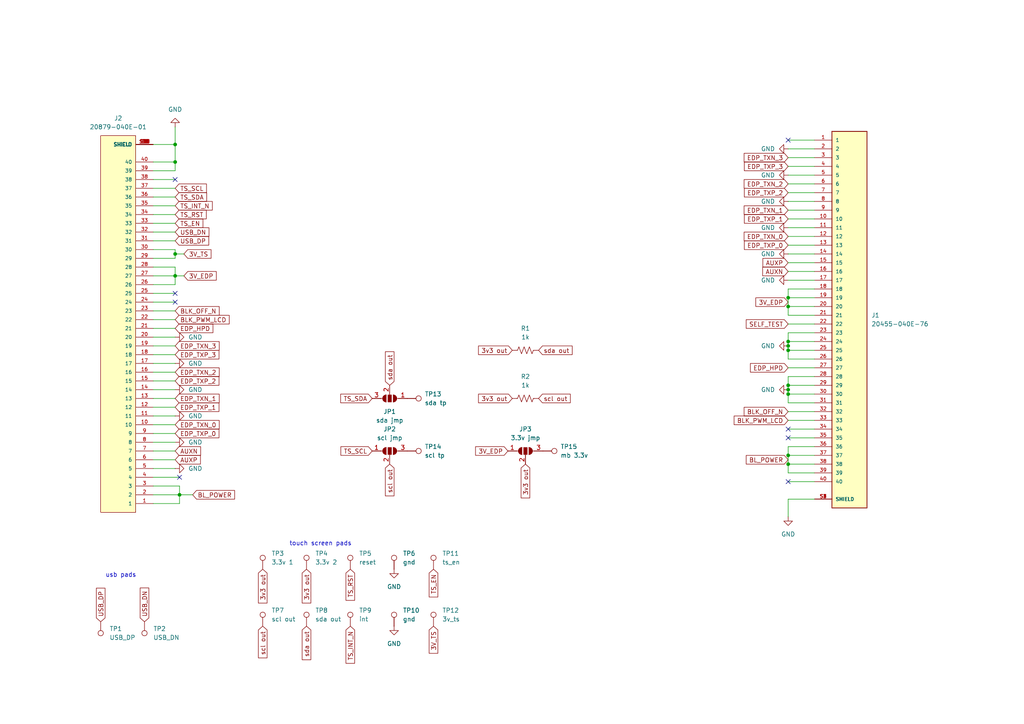
<source format=kicad_sch>
(kicad_sch (version 20231120) (generator "eeschema") (generator_version "8.0")
  (paper "A4")
  (lib_symbols
    (symbol "20455-040E-76:20455-040E-76" (pin_names (offset 1.016))
      (property "Reference" "J" (at -5.08 54.102 0))
      (property "Value" "20455-040E-76" (at -5.08 -58.42 0))
      (symbol "20455-040E-76_0_0"
        (rectangle (start -5.08 -55.88) (end 5.08 53.34) (stroke (width 0.254)) (fill (type background)))
        (pin passive line (at -10.16 50.8 0) (length 5.08) (name "1") (number "1"))
        (pin passive line (at -10.16 27.94 0) (length 5.08) (name "10") (number "10"))
        (pin passive line (at -10.16 25.4 0) (length 5.08) (name "11") (number "11"))
        (pin passive line (at -10.16 22.86 0) (length 5.08) (name "12") (number "12"))
        (pin passive line (at -10.16 20.32 0) (length 5.08) (name "13") (number "13"))
        (pin passive line (at -10.16 17.78 0) (length 5.08) (name "14") (number "14"))
        (pin passive line (at -10.16 15.24 0) (length 5.08) (name "15") (number "15"))
        (pin passive line (at -10.16 12.7 0) (length 5.08) (name "16") (number "16"))
        (pin passive line (at -10.16 10.16 0) (length 5.08) (name "17") (number "17"))
        (pin passive line (at -10.16 7.62 0) (length 5.08) (name "18") (number "18"))
        (pin passive line (at -10.16 5.08 0) (length 5.08) (name "19") (number "19"))
        (pin passive line (at -10.16 48.26 0) (length 5.08) (name "2") (number "2"))
        (pin passive line (at -10.16 2.54 0) (length 5.08) (name "20") (number "20"))
        (pin passive line (at -10.16 0 0) (length 5.08) (name "21") (number "21"))
        (pin passive line (at -10.16 -2.54 0) (length 5.08) (name "22") (number "22"))
        (pin passive line (at -10.16 -5.08 0) (length 5.08) (name "23") (number "23"))
        (pin passive line (at -10.16 -7.62 0) (length 5.08) (name "24") (number "24"))
        (pin passive line (at -10.16 -10.16 0) (length 5.08) (name "25") (number "25"))
        (pin passive line (at -10.16 -12.7 0) (length 5.08) (name "26") (number "26"))
        (pin passive line (at -10.16 -15.24 0) (length 5.08) (name "27") (number "27"))
        (pin passive line (at -10.16 -17.78 0) (length 5.08) (name "28") (number "28"))
        (pin passive line (at -10.16 -20.32 0) (length 5.08) (name "29") (number "29"))
        (pin passive line (at -10.16 45.72 0) (length 5.08) (name "3") (number "3"))
        (pin passive line (at -10.16 -22.86 0) (length 5.08) (name "30") (number "30"))
        (pin passive line (at -10.16 -25.4 0) (length 5.08) (name "31") (number "31"))
        (pin passive line (at -10.16 -27.94 0) (length 5.08) (name "32") (number "32"))
        (pin passive line (at -10.16 -30.48 0) (length 5.08) (name "33") (number "33"))
        (pin passive line (at -10.16 -33.02 0) (length 5.08) (name "34") (number "34"))
        (pin passive line (at -10.16 -35.56 0) (length 5.08) (name "35") (number "35"))
        (pin passive line (at -10.16 -38.1 0) (length 5.08) (name "36") (number "36"))
        (pin passive line (at -10.16 -40.64 0) (length 5.08) (name "37") (number "37"))
        (pin passive line (at -10.16 -43.18 0) (length 5.08) (name "38") (number "38"))
        (pin passive line (at -10.16 -45.72 0) (length 5.08) (name "39") (number "39"))
        (pin passive line (at -10.16 43.18 0) (length 5.08) (name "4") (number "4"))
        (pin passive line (at -10.16 -48.26 0) (length 5.08) (name "40") (number "40"))
        (pin passive line (at -10.16 40.64 0) (length 5.08) (name "5") (number "5"))
        (pin passive line (at -10.16 38.1 0) (length 5.08) (name "6") (number "6"))
        (pin passive line (at -10.16 35.56 0) (length 5.08) (name "7") (number "7"))
        (pin passive line (at -10.16 33.02 0) (length 5.08) (name "8") (number "8"))
        (pin passive line (at -10.16 30.48 0) (length 5.08) (name "9") (number "9"))
        (pin passive line (at -10.16 -53.34 0) (length 5.08) (name "SHIELD") (number "S1"))
        (pin passive line (at -10.16 -53.34 0) (length 5.08) (name "SHIELD") (number "S2"))
        (pin passive line (at -10.16 -53.34 0) (length 5.08) (name "SHIELD") (number "S3"))
        (pin passive line (at -10.16 -53.34 0) (length 5.08) (name "SHIELD") (number "S4"))
      )
    )
    (symbol "20879-040E-01:20879-040E-01" (pin_names (offset 1.016))
      (property "Reference" "J" (at -5.08 53.34 0))
      (property "Value" "20879-040E-01" (at -5.08 -58.42 0))
      (symbol "20879-040E-01_0_0"
        (rectangle (start -5.08 -55.88) (end 5.08 53.34) (stroke (width 0.1524)) (fill (type background)))
        (pin passive line (at -10.16 50.8 0) (length 5.08) (name "1") (number "1"))
        (pin passive line (at -10.16 27.94 0) (length 5.08) (name "10") (number "10"))
        (pin passive line (at -10.16 25.4 0) (length 5.08) (name "11") (number "11"))
        (pin passive line (at -10.16 22.86 0) (length 5.08) (name "12") (number "12"))
        (pin passive line (at -10.16 20.32 0) (length 5.08) (name "13") (number "13"))
        (pin passive line (at -10.16 17.78 0) (length 5.08) (name "14") (number "14"))
        (pin passive line (at -10.16 15.24 0) (length 5.08) (name "15") (number "15"))
        (pin passive line (at -10.16 12.7 0) (length 5.08) (name "16") (number "16"))
        (pin passive line (at -10.16 10.16 0) (length 5.08) (name "17") (number "17"))
        (pin passive line (at -10.16 7.62 0) (length 5.08) (name "18") (number "18"))
        (pin passive line (at -10.16 5.08 0) (length 5.08) (name "19") (number "19"))
        (pin passive line (at -10.16 48.26 0) (length 5.08) (name "2") (number "2"))
        (pin passive line (at -10.16 2.54 0) (length 5.08) (name "20") (number "20"))
        (pin passive line (at -10.16 0 0) (length 5.08) (name "21") (number "21"))
        (pin passive line (at -10.16 -2.54 0) (length 5.08) (name "22") (number "22"))
        (pin passive line (at -10.16 -5.08 0) (length 5.08) (name "23") (number "23"))
        (pin passive line (at -10.16 -7.62 0) (length 5.08) (name "24") (number "24"))
        (pin passive line (at -10.16 -10.16 0) (length 5.08) (name "25") (number "25"))
        (pin passive line (at -10.16 -12.7 0) (length 5.08) (name "26") (number "26"))
        (pin passive line (at -10.16 -15.24 0) (length 5.08) (name "27") (number "27"))
        (pin passive line (at -10.16 -17.78 0) (length 5.08) (name "28") (number "28"))
        (pin passive line (at -10.16 -20.32 0) (length 5.08) (name "29") (number "29"))
        (pin passive line (at -10.16 45.72 0) (length 5.08) (name "3") (number "3"))
        (pin passive line (at -10.16 -22.86 0) (length 5.08) (name "30") (number "30"))
        (pin passive line (at -10.16 -25.4 0) (length 5.08) (name "31") (number "31"))
        (pin passive line (at -10.16 -27.94 0) (length 5.08) (name "32") (number "32"))
        (pin passive line (at -10.16 -30.48 0) (length 5.08) (name "33") (number "33"))
        (pin passive line (at -10.16 -33.02 0) (length 5.08) (name "34") (number "34"))
        (pin passive line (at -10.16 -35.56 0) (length 5.08) (name "35") (number "35"))
        (pin passive line (at -10.16 -38.1 0) (length 5.08) (name "36") (number "36"))
        (pin passive line (at -10.16 -40.64 0) (length 5.08) (name "37") (number "37"))
        (pin passive line (at -10.16 -43.18 0) (length 5.08) (name "38") (number "38"))
        (pin passive line (at -10.16 -45.72 0) (length 5.08) (name "39") (number "39"))
        (pin passive line (at -10.16 43.18 0) (length 5.08) (name "4") (number "4"))
        (pin passive line (at -10.16 -48.26 0) (length 5.08) (name "40") (number "40"))
        (pin passive line (at -10.16 40.64 0) (length 5.08) (name "5") (number "5"))
        (pin passive line (at -10.16 38.1 0) (length 5.08) (name "6") (number "6"))
        (pin passive line (at -10.16 35.56 0) (length 5.08) (name "7") (number "7"))
        (pin passive line (at -10.16 33.02 0) (length 5.08) (name "8") (number "8"))
        (pin passive line (at -10.16 30.48 0) (length 5.08) (name "9") (number "9"))
        (pin passive line (at -10.16 -53.34 0) (length 5.08) (name "SHIELD") (number "S1"))
        (pin passive line (at -10.16 -53.34 0) (length 5.08) (name "SHIELD") (number "S10"))
        (pin passive line (at -10.16 -53.34 0) (length 5.08) (name "SHIELD") (number "S11"))
        (pin passive line (at -10.16 -53.34 0) (length 5.08) (name "SHIELD") (number "S12"))
        (pin passive line (at -10.16 -53.34 0) (length 5.08) (name "SHIELD") (number "S13"))
        (pin passive line (at -10.16 -53.34 0) (length 5.08) (name "SHIELD") (number "S14"))
        (pin passive line (at -10.16 -53.34 0) (length 5.08) (name "SHIELD") (number "S15"))
        (pin passive line (at -10.16 -53.34 0) (length 5.08) (name "SHIELD") (number "S16"))
        (pin passive line (at -10.16 -53.34 0) (length 5.08) (name "SHIELD") (number "S17"))
        (pin passive line (at -10.16 -53.34 0) (length 5.08) (name "SHIELD") (number "S18"))
        (pin passive line (at -10.16 -53.34 0) (length 5.08) (name "SHIELD") (number "S19"))
        (pin passive line (at -10.16 -53.34 0) (length 5.08) (name "SHIELD") (number "S2"))
        (pin passive line (at -10.16 -53.34 0) (length 5.08) (name "SHIELD") (number "S20"))
        (pin passive line (at -10.16 -53.34 0) (length 5.08) (name "SHIELD") (number "S21"))
        (pin passive line (at -10.16 -53.34 0) (length 5.08) (name "SHIELD") (number "S22"))
        (pin passive line (at -10.16 -53.34 0) (length 5.08) (name "SHIELD") (number "S23"))
        (pin passive line (at -10.16 -53.34 0) (length 5.08) (name "SHIELD") (number "S24"))
        (pin passive line (at -10.16 -53.34 0) (length 5.08) (name "SHIELD") (number "S25"))
        (pin passive line (at -10.16 -53.34 0) (length 5.08) (name "SHIELD") (number "S26"))
        (pin passive line (at -10.16 -53.34 0) (length 5.08) (name "SHIELD") (number "S27"))
        (pin passive line (at -10.16 -53.34 0) (length 5.08) (name "SHIELD") (number "S28"))
        (pin passive line (at -10.16 -53.34 0) (length 5.08) (name "SHIELD") (number "S29"))
        (pin passive line (at -10.16 -53.34 0) (length 5.08) (name "SHIELD") (number "S3"))
        (pin passive line (at -10.16 -53.34 0) (length 5.08) (name "SHIELD") (number "S30"))
        (pin passive line (at -10.16 -53.34 0) (length 5.08) (name "SHIELD") (number "S31"))
        (pin passive line (at -10.16 -53.34 0) (length 5.08) (name "SHIELD") (number "S32"))
        (pin passive line (at -10.16 -53.34 0) (length 5.08) (name "SHIELD") (number "S33"))
        (pin passive line (at -10.16 -53.34 0) (length 5.08) (name "SHIELD") (number "S34"))
        (pin passive line (at -10.16 -53.34 0) (length 5.08) (name "SHIELD") (number "S4"))
        (pin passive line (at -10.16 -53.34 0) (length 5.08) (name "SHIELD") (number "S5"))
        (pin passive line (at -10.16 -53.34 0) (length 5.08) (name "SHIELD") (number "S6"))
        (pin passive line (at -10.16 -53.34 0) (length 5.08) (name "SHIELD") (number "S7"))
        (pin passive line (at -10.16 -53.34 0) (length 5.08) (name "SHIELD") (number "S8"))
        (pin passive line (at -10.16 -53.34 0) (length 5.08) (name "SHIELD") (number "S9"))
      )
    )
    (symbol "Connector:TestPoint" (pin_numbers hide) (pin_names (offset 0.762) hide)
      (property "Reference" "TP" (at 0 6.858 0))
      (property "Value" "TestPoint" (at 0 5.08 0))
      (symbol "TestPoint_0_1"
        (circle (center 0 3.302) (radius 0.762))
      )
      (symbol "TestPoint_1_1"
        (pin passive line (at 0 0 90) (length 2.54) (name "1") (number "1"))
      )
    )
    (symbol "Device:R_US" (pin_numbers hide) (pin_names (offset 0))
      (property "Reference" "R" (at 2.54 0 90))
      (property "Value" "R_US" (at -2.54 0 90))
      (symbol "R_US_0_1"
        (polyline (pts (xy 0 -2.286) (xy 0 -2.54)))
        (polyline (pts (xy 0 2.286) (xy 0 2.54)))
        (polyline (pts (xy 0 -0.762) (xy 1.016 -1.143) (xy 0 -1.524) (xy -1.016 -1.905) (xy 0 -2.286)))
        (polyline (pts (xy 0 0.762) (xy 1.016 0.381) (xy 0 0) (xy -1.016 -0.381) (xy 0 -0.762)))
        (polyline (pts (xy 0 2.286) (xy 1.016 1.905) (xy 0 1.524) (xy -1.016 1.143) (xy 0 0.762)))
      )
      (symbol "R_US_1_1"
        (pin passive line (at 0 3.81 270) (length 1.27) (name "~") (number "1"))
        (pin passive line (at 0 -3.81 90) (length 1.27) (name "~") (number "2"))
      )
    )
    (symbol "Jumper:SolderJumper_3_Open" (pin_names (offset 0) hide) (exclude_from_sim yes) (in_bom no)
      (property "Reference" "JP" (at -2.54 -2.54 0))
      (property "Value" "SolderJumper_3_Open" (at 0 2.794 0))
      (symbol "SolderJumper_3_Open_0_1"
        (arc (start -1.016 1.016) (mid -2.0276 0) (end -1.016 -1.016))
        (arc (start -1.016 1.016) (mid -2.0276 0) (end -1.016 -1.016) (fill (type outline)))
        (rectangle (start -0.508 1.016) (end 0.508 -1.016) (fill (type outline)))
        (polyline (pts (xy -2.54 0) (xy -2.032 0)))
        (polyline (pts (xy -1.016 1.016) (xy -1.016 -1.016)))
        (polyline (pts (xy 0 -1.27) (xy 0 -1.016)))
        (polyline (pts (xy 1.016 1.016) (xy 1.016 -1.016)))
        (polyline (pts (xy 2.54 0) (xy 2.032 0)))
        (arc (start 1.016 -1.016) (mid 2.0276 0) (end 1.016 1.016))
        (arc (start 1.016 -1.016) (mid 2.0276 0) (end 1.016 1.016) (fill (type outline)))
      )
      (symbol "SolderJumper_3_Open_1_1"
        (pin passive line (at -5.08 0 0) (length 2.54) (name "A") (number "1"))
        (pin passive line (at 0 -3.81 90) (length 2.54) (name "C") (number "2"))
        (pin passive line (at 5.08 0 180) (length 2.54) (name "B") (number "3"))
      )
    )
    (symbol "power:GND" (power) (pin_numbers hide) (pin_names (offset 0) hide)
      (property "Value" "GND" (at 0 -3.81 0))
      (symbol "GND_0_1"
        (polyline (pts (xy 0 0) (xy 0 -1.27) (xy 1.27 -1.27) (xy 0 -2.54) (xy -1.27 -1.27) (xy 0 -1.27)))
      )
      (symbol "GND_1_1"
        (pin power_in line (at 0 0 270) (length 0) (name "~") (number "1"))
      )
    )
  )
  (junction (at 50.8 41.91))
  (junction (at 228.6 100.33))
  (junction (at 228.6 111.76))
  (junction (at 50.8 80.01))
  (junction (at 228.6 99.06))
  (junction (at 228.6 88.9))
  (junction (at 52.07 143.51))
  (junction (at 228.6 134.62))
  (junction (at 228.6 101.6))
  (junction (at 228.6 132.08))
  (junction (at 50.8 73.66))
  (junction (at 228.6 113.03))
  (junction (at 228.6 86.36))
  (junction (at 50.8 46.99))
  (junction (at 228.6 114.3))
  (no_connect (at 228.6 40.64))
  (no_connect (at 228.6 127))
  (no_connect (at 50.8 52.07))
  (no_connect (at 228.6 139.7))
  (no_connect (at 50.8 87.63))
  (no_connect (at 50.8 85.09))
  (no_connect (at 228.6 124.46))
  (no_connect (at 52.07 138.43))
  (wire (pts (xy 228.6 68.58) (xy 236.22 68.58)))
  (wire (pts (xy 228.6 66.04) (xy 236.22 66.04)))
  (wire (pts (xy 44.45 146.05) (xy 52.07 146.05)))
  (wire (pts (xy 44.45 143.51) (xy 52.07 143.51)))
  (wire (pts (xy 228.6 109.22) (xy 228.6 111.76)))
  (wire (pts (xy 236.22 116.84) (xy 228.6 116.84)))
  (wire (pts (xy 44.45 82.55) (xy 50.8 82.55)))
  (wire (pts (xy 228.6 137.16) (xy 228.6 134.62)))
  (wire (pts (xy 44.45 128.27) (xy 50.8 128.27)))
  (wire (pts (xy 228.6 101.6) (xy 228.6 100.33)))
  (wire (pts (xy 44.45 118.11) (xy 50.8 118.11)))
  (wire (pts (xy 228.6 139.7) (xy 236.22 139.7)))
  (wire (pts (xy 44.45 69.85) (xy 50.8 69.85)))
  (wire (pts (xy 228.6 63.5) (xy 236.22 63.5)))
  (wire (pts (xy 228.6 134.62) (xy 236.22 134.62)))
  (wire (pts (xy 44.45 57.15) (xy 50.8 57.15)))
  (wire (pts (xy 228.6 43.18) (xy 236.22 43.18)))
  (wire (pts (xy 228.6 99.06) (xy 236.22 99.06)))
  (wire (pts (xy 44.45 123.19) (xy 50.8 123.19)))
  (wire (pts (xy 228.6 119.38) (xy 236.22 119.38)))
  (wire (pts (xy 236.22 137.16) (xy 228.6 137.16)))
  (wire (pts (xy 44.45 54.61) (xy 50.8 54.61)))
  (wire (pts (xy 236.22 96.52) (xy 228.6 96.52)))
  (wire (pts (xy 228.6 127) (xy 236.22 127)))
  (wire (pts (xy 228.6 71.12) (xy 236.22 71.12)))
  (wire (pts (xy 50.8 77.47) (xy 50.8 80.01)))
  (wire (pts (xy 50.8 49.53) (xy 50.8 46.99)))
  (wire (pts (xy 228.6 104.14) (xy 228.6 101.6)))
  (wire (pts (xy 44.45 120.65) (xy 50.8 120.65)))
  (wire (pts (xy 236.22 132.08) (xy 228.6 132.08)))
  (wire (pts (xy 50.8 41.91) (xy 50.8 46.99)))
  (wire (pts (xy 228.6 96.52) (xy 228.6 99.06)))
  (wire (pts (xy 44.45 49.53) (xy 50.8 49.53)))
  (wire (pts (xy 44.45 90.17) (xy 50.8 90.17)))
  (wire (pts (xy 52.07 140.97) (xy 52.07 143.51)))
  (wire (pts (xy 44.45 125.73) (xy 50.8 125.73)))
  (wire (pts (xy 228.6 114.3) (xy 236.22 114.3)))
  (wire (pts (xy 228.6 81.28) (xy 236.22 81.28)))
  (wire (pts (xy 228.6 78.74) (xy 236.22 78.74)))
  (wire (pts (xy 50.8 73.66) (xy 50.8 72.39)))
  (wire (pts (xy 44.45 110.49) (xy 50.8 110.49)))
  (wire (pts (xy 236.22 109.22) (xy 228.6 109.22)))
  (wire (pts (xy 228.6 111.76) (xy 236.22 111.76)))
  (wire (pts (xy 228.6 83.82) (xy 228.6 86.36)))
  (wire (pts (xy 236.22 101.6) (xy 228.6 101.6)))
  (wire (pts (xy 44.45 52.07) (xy 50.8 52.07)))
  (wire (pts (xy 228.6 50.8) (xy 236.22 50.8)))
  (wire (pts (xy 44.45 95.25) (xy 50.8 95.25)))
  (wire (pts (xy 44.45 41.91) (xy 50.8 41.91)))
  (wire (pts (xy 228.6 124.46) (xy 236.22 124.46)))
  (wire (pts (xy 228.6 116.84) (xy 228.6 114.3)))
  (wire (pts (xy 228.6 129.54) (xy 228.6 132.08)))
  (wire (pts (xy 228.6 48.26) (xy 236.22 48.26)))
  (wire (pts (xy 44.45 138.43) (xy 52.07 138.43)))
  (wire (pts (xy 228.6 60.96) (xy 236.22 60.96)))
  (wire (pts (xy 44.45 92.71) (xy 50.8 92.71)))
  (wire (pts (xy 228.6 40.64) (xy 236.22 40.64)))
  (wire (pts (xy 50.8 72.39) (xy 44.45 72.39)))
  (wire (pts (xy 44.45 105.41) (xy 50.8 105.41)))
  (wire (pts (xy 228.6 88.9) (xy 228.6 86.36)))
  (wire (pts (xy 44.45 130.81) (xy 50.8 130.81)))
  (wire (pts (xy 236.22 104.14) (xy 228.6 104.14)))
  (wire (pts (xy 228.6 55.88) (xy 236.22 55.88)))
  (wire (pts (xy 44.45 74.93) (xy 50.8 74.93)))
  (wire (pts (xy 228.6 100.33) (xy 228.6 99.06)))
  (wire (pts (xy 228.6 45.72) (xy 236.22 45.72)))
  (wire (pts (xy 236.22 88.9) (xy 228.6 88.9)))
  (wire (pts (xy 44.45 115.57) (xy 50.8 115.57)))
  (wire (pts (xy 44.45 100.33) (xy 50.8 100.33)))
  (wire (pts (xy 236.22 129.54) (xy 228.6 129.54)))
  (wire (pts (xy 228.6 111.76) (xy 228.6 113.03)))
  (wire (pts (xy 228.6 73.66) (xy 236.22 73.66)))
  (wire (pts (xy 228.6 149.86) (xy 228.6 144.78)))
  (wire (pts (xy 50.8 46.99) (xy 44.45 46.99)))
  (wire (pts (xy 44.45 59.69) (xy 50.8 59.69)))
  (wire (pts (xy 228.6 76.2) (xy 236.22 76.2)))
  (wire (pts (xy 228.6 144.78) (xy 236.22 144.78)))
  (wire (pts (xy 44.45 133.35) (xy 50.8 133.35)))
  (wire (pts (xy 44.45 140.97) (xy 52.07 140.97)))
  (wire (pts (xy 228.6 53.34) (xy 236.22 53.34)))
  (wire (pts (xy 228.6 86.36) (xy 236.22 86.36)))
  (wire (pts (xy 44.45 62.23) (xy 50.8 62.23)))
  (wire (pts (xy 44.45 87.63) (xy 50.8 87.63)))
  (wire (pts (xy 44.45 97.79) (xy 50.8 97.79)))
  (wire (pts (xy 50.8 73.66) (xy 53.34 73.66)))
  (wire (pts (xy 228.6 113.03) (xy 228.6 114.3)))
  (wire (pts (xy 44.45 107.95) (xy 50.8 107.95)))
  (wire (pts (xy 44.45 135.89) (xy 50.8 135.89)))
  (wire (pts (xy 50.8 82.55) (xy 50.8 80.01)))
  (wire (pts (xy 228.6 58.42) (xy 236.22 58.42)))
  (wire (pts (xy 44.45 67.31) (xy 50.8 67.31)))
  (wire (pts (xy 228.6 121.92) (xy 236.22 121.92)))
  (wire (pts (xy 50.8 80.01) (xy 44.45 80.01)))
  (wire (pts (xy 44.45 85.09) (xy 50.8 85.09)))
  (wire (pts (xy 44.45 102.87) (xy 50.8 102.87)))
  (wire (pts (xy 236.22 91.44) (xy 228.6 91.44)))
  (wire (pts (xy 44.45 113.03) (xy 50.8 113.03)))
  (wire (pts (xy 52.07 146.05) (xy 52.07 143.51)))
  (wire (pts (xy 228.6 91.44) (xy 228.6 88.9)))
  (wire (pts (xy 50.8 80.01) (xy 53.34 80.01)))
  (wire (pts (xy 44.45 77.47) (xy 50.8 77.47)))
  (wire (pts (xy 228.6 106.68) (xy 236.22 106.68)))
  (wire (pts (xy 52.07 143.51) (xy 55.88 143.51)))
  (wire (pts (xy 50.8 36.83) (xy 50.8 41.91)))
  (wire (pts (xy 50.8 74.93) (xy 50.8 73.66)))
  (wire (pts (xy 228.6 93.98) (xy 236.22 93.98)))
  (wire (pts (xy 228.6 132.08) (xy 228.6 134.62)))
  (wire (pts (xy 44.45 64.77) (xy 50.8 64.77)))
  (wire (pts (xy 236.22 83.82) (xy 228.6 83.82)))
  (text "touch screen pads" (at 92.964 157.734 0) (effects (font (size 1.27 1.27))))
  (text "usb pads" (at 35.052 166.878 0) (effects (font (size 1.27 1.27))))
  (global_label "USB_DP" (shape input) (at 50.8 69.85 0) (property "Intersheetrefs" "${INTERSHEET_REFS}" (effects (hide yes))))
  (global_label "3v3 out" (shape input) (at 148.59 101.6 180) (property "Intersheetrefs" "${INTERSHEET_REFS}" (effects (hide yes))))
  (global_label "USB_DN" (shape input) (at 41.91 180.34 90) (property "Intersheetrefs" "${INTERSHEET_REFS}" (effects (hide yes))))
  (global_label "TS_EN" (shape input) (at 50.8 64.77 0) (property "Intersheetrefs" "${INTERSHEET_REFS}" (effects (hide yes))))
  (global_label "EDP_TXN_2" (shape input) (at 50.8 107.95 0) (property "Intersheetrefs" "${INTERSHEET_REFS}" (effects (hide yes))))
  (global_label "3v3 out" (shape input) (at 88.9 165.1 270) (property "Intersheetrefs" "${INTERSHEET_REFS}" (effects (hide yes))))
  (global_label "EDP_TXN_2" (shape input) (at 228.6 53.34 180) (property "Intersheetrefs" "${INTERSHEET_REFS}" (effects (hide yes))))
  (global_label "sda out" (shape input) (at 113.03 111.76 90) (property "Intersheetrefs" "${INTERSHEET_REFS}" (effects (hide yes))))
  (global_label "scl out" (shape input) (at 156.21 115.57 0) (property "Intersheetrefs" "${INTERSHEET_REFS}" (effects (hide yes))))
  (global_label "AUXN" (shape input) (at 50.8 130.81 0) (property "Intersheetrefs" "${INTERSHEET_REFS}" (effects (hide yes))))
  (global_label "3V_EDP" (shape input) (at 228.6 87.63 180) (property "Intersheetrefs" "${INTERSHEET_REFS}" (effects (hide yes))))
  (global_label "SELF_TEST" (shape input) (at 228.6 93.98 180) (property "Intersheetrefs" "${INTERSHEET_REFS}" (effects (hide yes))))
  (global_label "TS_SDA" (shape input) (at 107.95 115.57 180) (property "Intersheetrefs" "${INTERSHEET_REFS}" (effects (hide yes))))
  (global_label "TS_RST" (shape input) (at 101.6 165.1 270) (property "Intersheetrefs" "${INTERSHEET_REFS}" (effects (hide yes))))
  (global_label "EDP_TXP_0" (shape input) (at 228.6 71.12 180) (property "Intersheetrefs" "${INTERSHEET_REFS}" (effects (hide yes))))
  (global_label "EDP_HPD" (shape input) (at 228.6 106.68 180) (property "Intersheetrefs" "${INTERSHEET_REFS}" (effects (hide yes))))
  (global_label "EDP_HPD" (shape input) (at 50.8 95.25 0) (property "Intersheetrefs" "${INTERSHEET_REFS}" (effects (hide yes))))
  (global_label "scl out" (shape input) (at 76.2 181.61 270) (property "Intersheetrefs" "${INTERSHEET_REFS}" (effects (hide yes))))
  (global_label "TS_SCL" (shape input) (at 107.95 130.81 180) (property "Intersheetrefs" "${INTERSHEET_REFS}" (effects (hide yes))))
  (global_label "3V_EDP" (shape input) (at 147.32 130.81 180) (property "Intersheetrefs" "${INTERSHEET_REFS}" (effects (hide yes))))
  (global_label "EDP_TXP_2" (shape input) (at 50.8 110.49 0) (property "Intersheetrefs" "${INTERSHEET_REFS}" (effects (hide yes))))
  (global_label "EDP_TXP_3" (shape input) (at 50.8 102.87 0) (property "Intersheetrefs" "${INTERSHEET_REFS}" (effects (hide yes))))
  (global_label "3v3 out" (shape input) (at 152.4 134.62 270) (property "Intersheetrefs" "${INTERSHEET_REFS}" (effects (hide yes))))
  (global_label "3V_EDP" (shape input) (at 53.34 80.01 0) (property "Intersheetrefs" "${INTERSHEET_REFS}" (effects (hide yes))))
  (global_label "EDP_TXP_3" (shape input) (at 228.6 48.26 180) (property "Intersheetrefs" "${INTERSHEET_REFS}" (effects (hide yes))))
  (global_label "BLK_OFF_N" (shape input) (at 228.6 119.38 180) (property "Intersheetrefs" "${INTERSHEET_REFS}" (effects (hide yes))))
  (global_label "EDP_TXN_1" (shape input) (at 50.8 115.57 0) (property "Intersheetrefs" "${INTERSHEET_REFS}" (effects (hide yes))))
  (global_label "EDP_TXP_1" (shape input) (at 228.6 63.5 180) (property "Intersheetrefs" "${INTERSHEET_REFS}" (effects (hide yes))))
  (global_label "EDP_TXN_0" (shape input) (at 228.6 68.58 180) (property "Intersheetrefs" "${INTERSHEET_REFS}" (effects (hide yes))))
  (global_label "BL_POWER" (shape input) (at 55.88 143.51 0) (property "Intersheetrefs" "${INTERSHEET_REFS}" (effects (hide yes))))
  (global_label "EDP_TXP_1" (shape input) (at 50.8 118.11 0) (property "Intersheetrefs" "${INTERSHEET_REFS}" (effects (hide yes))))
  (global_label "sda out" (shape input) (at 88.9 181.61 270) (property "Intersheetrefs" "${INTERSHEET_REFS}" (effects (hide yes))))
  (global_label "scl out" (shape input) (at 113.03 134.62 270) (property "Intersheetrefs" "${INTERSHEET_REFS}" (effects (hide yes))))
  (global_label "BLK_OFF_N" (shape input) (at 50.8 90.17 0) (property "Intersheetrefs" "${INTERSHEET_REFS}" (effects (hide yes))))
  (global_label "BLK_PWM_LCD" (shape input) (at 228.6 121.92 180) (property "Intersheetrefs" "${INTERSHEET_REFS}" (effects (hide yes))))
  (global_label "EDP_TXN_0" (shape input) (at 50.8 123.19 0) (property "Intersheetrefs" "${INTERSHEET_REFS}" (effects (hide yes))))
  (global_label "3V_TS" (shape input) (at 53.34 73.66 0) (property "Intersheetrefs" "${INTERSHEET_REFS}" (effects (hide yes))))
  (global_label "EDP_TXN_3" (shape input) (at 228.6 45.72 180) (property "Intersheetrefs" "${INTERSHEET_REFS}" (effects (hide yes))))
  (global_label "TS_EN" (shape input) (at 125.73 165.1 270) (property "Intersheetrefs" "${INTERSHEET_REFS}" (effects (hide yes))))
  (global_label "BLK_PWM_LCD" (shape input) (at 50.8 92.71 0) (property "Intersheetrefs" "${INTERSHEET_REFS}" (effects (hide yes))))
  (global_label "3V_TS" (shape input) (at 125.73 181.61 270) (property "Intersheetrefs" "${INTERSHEET_REFS}" (effects (hide yes))))
  (global_label "3v3 out" (shape input) (at 148.59 115.57 180) (property "Intersheetrefs" "${INTERSHEET_REFS}" (effects (hide yes))))
  (global_label "TS_SCL" (shape input) (at 50.8 54.61 0) (property "Intersheetrefs" "${INTERSHEET_REFS}" (effects (hide yes))))
  (global_label "TS_SDA" (shape input) (at 50.8 57.15 0) (property "Intersheetrefs" "${INTERSHEET_REFS}" (effects (hide yes))))
  (global_label "AUXP" (shape input) (at 50.8 133.35 0) (property "Intersheetrefs" "${INTERSHEET_REFS}" (effects (hide yes))))
  (global_label "EDP_TXP_0" (shape input) (at 50.8 125.73 0) (property "Intersheetrefs" "${INTERSHEET_REFS}" (effects (hide yes))))
  (global_label "AUXP" (shape input) (at 228.6 76.2 180) (property "Intersheetrefs" "${INTERSHEET_REFS}" (effects (hide yes))))
  (global_label "AUXN" (shape input) (at 228.6 78.74 180) (property "Intersheetrefs" "${INTERSHEET_REFS}" (effects (hide yes))))
  (global_label "EDP_TXN_3" (shape input) (at 50.8 100.33 0) (property "Intersheetrefs" "${INTERSHEET_REFS}" (effects (hide yes))))
  (global_label "TS_INT_N" (shape input) (at 101.6 181.61 270) (property "Intersheetrefs" "${INTERSHEET_REFS}" (effects (hide yes))))
  (global_label "USB_DN" (shape input) (at 50.8 67.31 0) (property "Intersheetrefs" "${INTERSHEET_REFS}" (effects (hide yes))))
  (global_label "EDP_TXP_2" (shape input) (at 228.6 55.88 180) (property "Intersheetrefs" "${INTERSHEET_REFS}" (effects (hide yes))))
  (global_label "USB_DP" (shape input) (at 29.21 180.34 90) (property "Intersheetrefs" "${INTERSHEET_REFS}" (effects (hide yes))))
  (global_label "sda out" (shape input) (at 156.21 101.6 0) (property "Intersheetrefs" "${INTERSHEET_REFS}" (effects (hide yes))))
  (global_label "TS_INT_N" (shape input) (at 50.8 59.69 0) (property "Intersheetrefs" "${INTERSHEET_REFS}" (effects (hide yes))))
  (global_label "BL_POWER" (shape input) (at 228.6 133.35 180) (property "Intersheetrefs" "${INTERSHEET_REFS}" (effects (hide yes))))
  (global_label "3v3 out" (shape input) (at 76.2 165.1 270) (property "Intersheetrefs" "${INTERSHEET_REFS}" (effects (hide yes))))
  (global_label "EDP_TXN_1" (shape input) (at 228.6 60.96 180) (property "Intersheetrefs" "${INTERSHEET_REFS}" (effects (hide yes))))
  (global_label "TS_RST" (shape input) (at 50.8 62.23 0) (property "Intersheetrefs" "${INTERSHEET_REFS}" (effects (hide yes))))
  (symbol (lib_id "power:GND") (at 228.6 66.04 270) (unit 1)
    (property "Reference" "#PWR012" (effects (hide yes)))
    (property "Value" "GND" (at 224.79 66.0399 90) (effects (justify right)))
    (property "Description" "Power symbol creates a global label with name \"GND\" , ground" (effects (hide yes)))
  )
  (symbol (lib_id "power:GND") (at 228.6 50.8 270) (unit 1)
    (property "Reference" "#PWR010" (effects (hide yes)))
    (property "Value" "GND" (at 224.79 50.7999 90) (effects (justify right)))
    (property "Description" "Power symbol creates a global label with name \"GND\" , ground" (effects (hide yes)))
  )
  (symbol (lib_id "Connector:TestPoint") (at 88.9 165.1 0) (unit 1)
    (property "Reference" "TP4" (at 91.44 160.5279 0) (effects (justify left)))
    (property "Value" "3.3v 2" (at 91.44 163.0679 0) (effects (justify left)))
    (property "Footprint" "TestPoint:TestPoint_Pad_D2.0mm" (effects (hide yes)))
    (property "Description" "test point" (effects (hide yes)))
  )
  (symbol (lib_id "power:GND") (at 114.3 181.61 0) (unit 1)
    (property "Reference" "#PWR018" (effects (hide yes)))
    (property "Value" "GND" (at 114.3 186.69 0))
    (property "Description" "Power symbol creates a global label with name \"GND\" , ground" (effects (hide yes)))
  )
  (symbol (lib_id "Connector:TestPoint") (at 114.3 181.61 0) (unit 1)
    (property "Reference" "TP10" (at 116.84 177.0379 0) (effects (justify left)))
    (property "Value" "gnd" (at 116.84 179.5779 0) (effects (justify left)))
    (property "Footprint" "TestPoint:TestPoint_Pad_D2.0mm" (effects (hide yes)))
    (property "Description" "test point" (effects (hide yes)))
  )
  (symbol (lib_id "power:GND") (at 114.3 165.1 0) (unit 1)
    (property "Reference" "#PWR017" (effects (hide yes)))
    (property "Value" "GND" (at 114.3 170.18 0))
    (property "Description" "Power symbol creates a global label with name \"GND\" , ground" (effects (hide yes)))
  )
  (symbol (lib_id "power:GND") (at 50.8 113.03 90) (unit 1)
    (property "Reference" "#PWR05" (effects (hide yes)))
    (property "Value" "GND" (at 54.61 113.0299 90) (effects (justify right)))
    (property "Description" "Power symbol creates a global label with name \"GND\" , ground" (effects (hide yes)))
  )
  (symbol (lib_id "Jumper:SolderJumper_3_Open") (at 113.03 115.57 180) (unit 1) (exclude_from_sim yes) (in_bom no)
    (property "Reference" "JP1" (at 113.03 119.38 0))
    (property "Value" "sda jmp" (at 113.03 121.92 0))
    (property "Footprint" "Jumper:SolderJumper-3_P1.3mm_Open_Pad1.0x1.5mm" (effects (hide yes)))
    (property "Description" "Solder Jumper, 3-pole, open" (effects (hide yes)))
  )
  (symbol (lib_id "Connector:TestPoint") (at 41.91 180.34 180) (unit 1)
    (property "Reference" "TP2" (at 44.45 182.3719 0) (effects (justify right)))
    (property "Value" "USB_DN" (at 44.45 184.9119 0) (effects (justify right)))
    (property "Footprint" "TestPoint:TestPoint_Pad_D2.0mm" (effects (hide yes)))
    (property "Description" "test point" (effects (hide yes)))
  )
  (symbol (lib_id "power:GND") (at 228.6 100.33 270) (unit 1)
    (property "Reference" "#PWR015" (effects (hide yes)))
    (property "Value" "GND" (at 224.79 100.3299 90) (effects (justify right)))
    (property "Description" "Power symbol creates a global label with name \"GND\" , ground" (effects (hide yes)))
  )
  (symbol (lib_id "Connector:TestPoint") (at 114.3 165.1 0) (unit 1)
    (property "Reference" "TP6" (at 116.84 160.5279 0) (effects (justify left)))
    (property "Value" "gnd" (at 116.84 163.0679 0) (effects (justify left)))
    (property "Footprint" "TestPoint:TestPoint_Pad_D2.0mm" (effects (hide yes)))
    (property "Description" "test point" (effects (hide yes)))
  )
  (symbol (lib_id "Connector:TestPoint") (at 157.48 130.81 270) (unit 1)
    (property "Reference" "TP15" (at 162.56 129.5399 90) (effects (justify left)))
    (property "Value" "mb 3.3v" (at 162.56 132.0799 90) (effects (justify left)))
    (property "Footprint" "TestPoint:TestPoint_Pad_D2.0mm" (effects (hide yes)))
    (property "Description" "test point" (effects (hide yes)))
  )
  (symbol (lib_id "power:GND") (at 228.6 81.28 270) (unit 1)
    (property "Reference" "#PWR014" (effects (hide yes)))
    (property "Value" "GND" (at 224.79 81.2799 90) (effects (justify right)))
    (property "Description" "Power symbol creates a global label with name \"GND\" , ground" (effects (hide yes)))
  )
  (symbol (lib_id "Connector:TestPoint") (at 118.11 115.57 270) (unit 1)
    (property "Reference" "TP13" (at 123.19 114.2999 90) (effects (justify left)))
    (property "Value" "sda tp" (at 123.19 116.8399 90) (effects (justify left)))
    (property "Footprint" "TestPoint:TestPoint_Pad_D2.0mm" (effects (hide yes)))
    (property "Description" "test point" (effects (hide yes)))
  )
  (symbol (lib_id "power:GND") (at 50.8 97.79 90) (unit 1)
    (property "Reference" "#PWR07" (effects (hide yes)))
    (property "Value" "GND" (at 54.61 97.7899 90) (effects (justify right)))
    (property "Description" "Power symbol creates a global label with name \"GND\" , ground" (effects (hide yes)))
  )
  (symbol (lib_id "Connector:TestPoint") (at 101.6 165.1 0) (unit 1)
    (property "Reference" "TP5" (at 104.14 160.5279 0) (effects (justify left)))
    (property "Value" "reset" (at 104.14 163.0679 0) (effects (justify left)))
    (property "Footprint" "TestPoint:TestPoint_Pad_D2.0mm" (effects (hide yes)))
    (property "Description" "test point" (effects (hide yes)))
  )
  (symbol (lib_id "power:GND") (at 228.6 149.86 0) (unit 1)
    (property "Reference" "#PWR08" (effects (hide yes)))
    (property "Value" "GND" (at 228.6 154.94 0))
    (property "Description" "Power symbol creates a global label with name \"GND\" , ground" (effects (hide yes)))
  )
  (symbol (lib_id "Connector:TestPoint") (at 101.6 181.61 0) (unit 1)
    (property "Reference" "TP9" (at 104.14 177.0379 0) (effects (justify left)))
    (property "Value" "int" (at 104.14 179.5779 0) (effects (justify left)))
    (property "Footprint" "TestPoint:TestPoint_Pad_D2.0mm" (effects (hide yes)))
    (property "Description" "test point" (effects (hide yes)))
  )
  (symbol (lib_id "Connector:TestPoint") (at 29.21 180.34 180) (unit 1)
    (property "Reference" "TP1" (at 31.75 182.3719 0) (effects (justify right)))
    (property "Value" "USB_DP" (at 31.75 184.9119 0) (effects (justify right)))
    (property "Footprint" "TestPoint:TestPoint_Pad_D2.0mm" (effects (hide yes)))
    (property "Description" "test point" (effects (hide yes)))
  )
  (symbol (lib_id "power:GND") (at 228.6 113.03 270) (unit 1)
    (property "Reference" "#PWR016" (effects (hide yes)))
    (property "Value" "GND" (at 224.79 113.0299 90) (effects (justify right)))
    (property "Description" "Power symbol creates a global label with name \"GND\" , ground" (effects (hide yes)))
  )
  (symbol (lib_id "power:GND") (at 50.8 128.27 90) (unit 1)
    (property "Reference" "#PWR03" (effects (hide yes)))
    (property "Value" "GND" (at 54.61 128.2699 90) (effects (justify right)))
    (property "Description" "Power symbol creates a global label with name \"GND\" , ground" (effects (hide yes)))
  )
  (symbol (lib_id "20455-040E-76:20455-040E-76") (at 246.38 91.44 0) (unit 1)
    (property "Reference" "J1" (at 252.73 91.4399 0) (effects (justify left)))
    (property "Value" "20455-040E-76" (at 252.73 93.9799 0) (effects (justify left)))
    (property "Footprint" "syms:IPEX_20455-040E-76" (effects (hide yes)))
    (property "MF" "I-PEX" (effects (hide yes)))
    (property "Description_1" "\n40 POS Right Angle SMD 0.5 mm pitch, Horizontal mating type Micro-coaxial and FPC connector with mechanical lock (VESA standard connector) CABLINE-VS Receptacle\n" (effects (hide yes)))
    (property "Package" "None" (effects (hide yes)))
    (property "Price" "None" (effects (hide yes)))
    (property "Check_prices" "https://www.snapeda.com/parts/20455-040E-76/I-PEX/view-part/?ref=eda" (effects (hide yes)))
    (property "STANDARD" "Manufacturer Recommendations" (effects (hide yes)))
    (property "SnapEDA_Link" "https://www.snapeda.com/parts/20455-040E-76/I-PEX/view-part/?ref=snap" (effects (hide yes)))
    (property "MP" "20455-040E-76" (effects (hide yes)))
    (property "Availability" "In Stock" (effects (hide yes)))
    (property "MANUFACTURER" "I-PEX" (effects (hide yes)))
  )
  (symbol (lib_id "Connector:TestPoint") (at 88.9 181.61 0) (unit 1)
    (property "Reference" "TP8" (at 91.44 177.0379 0) (effects (justify left)))
    (property "Value" "sda out" (at 91.44 179.5779 0) (effects (justify left)))
    (property "Footprint" "TestPoint:TestPoint_Pad_D2.0mm" (effects (hide yes)))
    (property "Description" "test point" (effects (hide yes)))
  )
  (symbol (lib_id "power:GND") (at 228.6 73.66 270) (unit 1)
    (property "Reference" "#PWR013" (effects (hide yes)))
    (property "Value" "GND" (at 224.79 73.6599 90) (effects (justify right)))
    (property "Description" "Power symbol creates a global label with name \"GND\" , ground" (effects (hide yes)))
  )
  (symbol (lib_id "20879-040E-01:20879-040E-01") (at 34.29 95.25 180) (unit 1)
    (property "Reference" "J2" (at 34.29 34.29 0))
    (property "Value" "20879-040E-01" (at 34.29 36.83 0))
    (property "Footprint" "syms:IPEX_20879-040E-01" (effects (hide yes)))
    (property "MF" "I-PEX" (effects (hide yes)))
    (property "MAXIMUM_PACKAGE_HEIGHT" "2.15mm" (effects (hide yes)))
    (property "Package" "None" (effects (hide yes)))
    (property "Price" "None" (effects (hide yes)))
    (property "Check_prices" "https://www.snapeda.com/parts/20879-040E-01/I-PEX/view-part/?ref=eda" (effects (hide yes)))
    (property "STANDARD" "Manufacturer recommendations" (effects (hide yes)))
    (property "PARTREV" "11" (effects (hide yes)))
    (property "SnapEDA_Link" "https://www.snapeda.com/parts/20879-040E-01/I-PEX/view-part/?ref=snap" (effects (hide yes)))
    (property "MP" "20879-040E-01" (effects (hide yes)))
    (property "Description_1" "\n0.4 mm pitch right angle vertical mating type micro-coaxial connector with EMI shielding and mechanical lock\n" (effects (hide yes)))
    (property "Availability" "In Stock" (effects (hide yes)))
    (property "MANUFACTURER" "I-PEX" (effects (hide yes)))
  )
  (symbol (lib_id "Jumper:SolderJumper_3_Open") (at 113.03 130.81 0) (unit 1) (exclude_from_sim yes) (in_bom no)
    (property "Reference" "JP2" (at 113.03 124.46 0))
    (property "Value" "scl jmp" (at 113.03 127 0))
    (property "Footprint" "Jumper:SolderJumper-3_P1.3mm_Open_Pad1.0x1.5mm" (effects (hide yes)))
    (property "Description" "Solder Jumper, 3-pole, open" (effects (hide yes)))
  )
  (symbol (lib_id "power:GND") (at 50.8 36.83 180) (unit 1)
    (property "Reference" "#PWR01" (effects (hide yes)))
    (property "Value" "GND" (at 50.8 31.75 0))
    (property "Description" "Power symbol creates a global label with name \"GND\" , ground" (effects (hide yes)))
  )
  (symbol (lib_id "Connector:TestPoint") (at 76.2 165.1 0) (unit 1)
    (property "Reference" "TP3" (at 78.74 160.5279 0) (effects (justify left)))
    (property "Value" "3.3v 1" (at 78.74 163.0679 0) (effects (justify left)))
    (property "Footprint" "TestPoint:TestPoint_Pad_D2.0mm" (effects (hide yes)))
    (property "Description" "test point" (effects (hide yes)))
  )
  (symbol (lib_id "Device:R_US") (at 152.4 101.6 270) (unit 1)
    (property "Reference" "R1" (at 152.4 95.25 90))
    (property "Value" "1k" (at 152.4 97.79 90))
    (property "Footprint" "Resistor_SMD:R_1206_3216Metric_Pad1.30x1.75mm_HandSolder" (effects (hide yes)))
    (property "Description" "Resistor, US symbol" (effects (hide yes)))
  )
  (symbol (lib_id "power:GND") (at 50.8 105.41 90) (unit 1)
    (property "Reference" "#PWR06" (effects (hide yes)))
    (property "Value" "GND" (at 54.61 105.4099 90) (effects (justify right)))
    (property "Description" "Power symbol creates a global label with name \"GND\" , ground" (effects (hide yes)))
  )
  (symbol (lib_id "power:GND") (at 50.8 120.65 90) (unit 1)
    (property "Reference" "#PWR04" (effects (hide yes)))
    (property "Value" "GND" (at 54.61 120.6499 90) (effects (justify right)))
    (property "Description" "Power symbol creates a global label with name \"GND\" , ground" (effects (hide yes)))
  )
  (symbol (lib_id "power:GND") (at 228.6 58.42 270) (unit 1)
    (property "Reference" "#PWR011" (effects (hide yes)))
    (property "Value" "GND" (at 224.79 58.4199 90) (effects (justify right)))
    (property "Description" "Power symbol creates a global label with name \"GND\" , ground" (effects (hide yes)))
  )
  (symbol (lib_id "power:GND") (at 50.8 135.89 90) (unit 1)
    (property "Reference" "#PWR02" (effects (hide yes)))
    (property "Value" "GND" (at 54.61 135.8899 90) (effects (justify right)))
    (property "Description" "Power symbol creates a global label with name \"GND\" , ground" (effects (hide yes)))
  )
  (symbol (lib_id "Connector:TestPoint") (at 118.11 130.81 270) (unit 1)
    (property "Reference" "TP14" (at 123.19 129.5399 90) (effects (justify left)))
    (property "Value" "scl tp" (at 123.19 132.0799 90) (effects (justify left)))
    (property "Footprint" "TestPoint:TestPoint_Pad_D2.0mm" (effects (hide yes)))
    (property "Description" "test point" (effects (hide yes)))
  )
  (symbol (lib_id "Connector:TestPoint") (at 125.73 181.61 0) (unit 1)
    (property "Reference" "TP12" (at 128.27 177.0379 0) (effects (justify left)))
    (property "Value" "3v_ts" (at 128.27 179.5779 0) (effects (justify left)))
    (property "Footprint" "TestPoint:TestPoint_Pad_D2.0mm" (effects (hide yes)))
    (property "Description" "test point" (effects (hide yes)))
  )
  (symbol (lib_id "Jumper:SolderJumper_3_Open") (at 152.4 130.81 0) (unit 1) (exclude_from_sim yes) (in_bom no)
    (property "Reference" "JP3" (at 152.4 124.46 0))
    (property "Value" "3.3v jmp" (at 152.4 127 0))
    (property "Footprint" "Jumper:SolderJumper-3_P1.3mm_Open_Pad1.0x1.5mm" (effects (hide yes)))
    (property "Description" "Solder Jumper, 3-pole, open" (effects (hide yes)))
  )
  (symbol (lib_id "Device:R_US") (at 152.4 115.57 270) (unit 1)
    (property "Reference" "R2" (at 152.4 109.22 90))
    (property "Value" "1k" (at 152.4 111.76 90))
    (property "Footprint" "Resistor_SMD:R_1206_3216Metric_Pad1.30x1.75mm_HandSolder" (effects (hide yes)))
    (property "Description" "Resistor, US symbol" (effects (hide yes)))
  )
  (symbol (lib_id "power:GND") (at 228.6 43.18 270) (unit 1)
    (property "Reference" "#PWR09" (effects (hide yes)))
    (property "Value" "GND" (at 224.79 43.1799 90) (effects (justify right)))
    (property "Description" "Power symbol creates a global label with name \"GND\" , ground" (effects (hide yes)))
  )
  (symbol (lib_id "Connector:TestPoint") (at 76.2 181.61 0) (unit 1)
    (property "Reference" "TP7" (at 78.74 177.0379 0) (effects (justify left)))
    (property "Value" "scl out" (at 78.74 179.5779 0) (effects (justify left)))
    (property "Footprint" "TestPoint:TestPoint_Pad_D2.0mm" (effects (hide yes)))
    (property "Description" "test point" (effects (hide yes)))
  )
  (symbol (lib_id "Connector:TestPoint") (at 125.73 165.1 0) (unit 1)
    (property "Reference" "TP11" (at 128.27 160.5279 0) (effects (justify left)))
    (property "Value" "ts_en" (at 128.27 163.0679 0) (effects (justify left)))
    (property "Footprint" "TestPoint:TestPoint_Pad_D2.0mm" (effects (hide yes)))
    (property "Description" "test point" (effects (hide yes)))
  )
)
</source>
